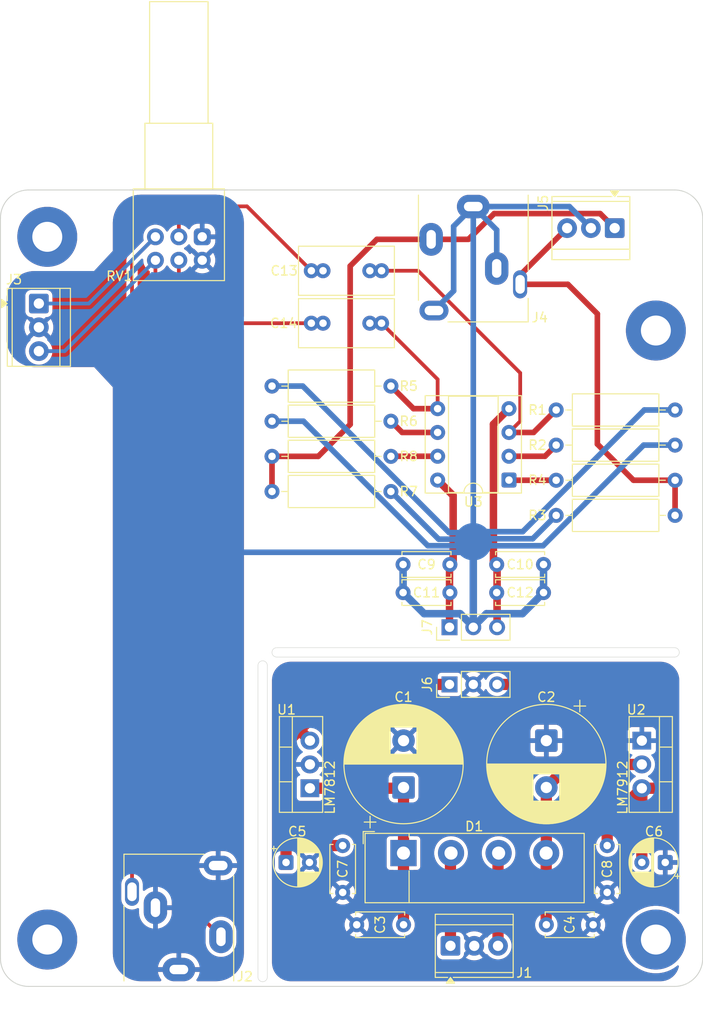
<source format=kicad_pcb>
(kicad_pcb (version 20241229) (generator "pcbnew") (generator_version "9.0")
  (layers (0 "F.Cu" signal) (2 "B.Cu" signal) (13 "F.Paste" user) (15 "B.Paste" user) (5 "F.SilkS" user "F.Silkscreen") (7 "B.SilkS" user "B.Silkscreen") (1 "F.Mask" user) (3 "B.Mask" user) (25 "Edge.Cuts" user))
  (net 0 "")
  (net 1 "GND")
  (net 2 "Net-(D1-+)")
  (net 3 "+12V")
  (net 4 "-12V")
  (net 5 "RIGHT_IN")
  (net 6 "LEFT_IN")
  (net 7 "Net-(U3A-+)")
  (net 8 "Net-(J3-Pin_1)")
  (net 9 "Net-(J3-Pin_3)")
  (net 10 "LEFT_OUT")
  (net 11 "RIGHT_OUT")
  (net 12 "Net-(U3A--)")
  (net 13 "Net-(R8-Pad1)")
  (net 14 "Net-(D1--)")
  (net 15 "Net-(J1-Pin_3)")
  (net 16 "Net-(J1-Pin_1)")
  (net 17 "Net-(U3B-+)")
  (net 18 "Net-(U3B--)")
  (net 19 "Net-(R4-Pad1)")
  (net 20 "+12V_OPA")
  (net 21 "-12V_OPA")
  (net 22 "GND_OPA")
  (footprint "MountingHole:MountingHole_3.2mm_M3_Pad_TopBottom" (layer "F.Cu") (at 170 65)
    (property "Reference" "REF**" (hide yes))
    (property "Value" "MountingHole_3.2mm_M3_Pad_TopBottom" (hide yes))
    (pad "1" thru_hole circle (at 0 0) (size 3.6 3.6) (drill 3.2) (layers "*.Cu" "*.Mask"))
    (pad "1" connect circle (at 0 0) (size 6.4 6.4) (layers "F.Cu" "F.Mask"))
    (pad "1" connect circle (at 0 0) (size 6.4 6.4) (layers "B.Cu" "B.Mask"))
  )
  (footprint "Capacitor_THT:C_Disc_D5.0mm_W2.5mm_P5.00mm" (layer "F.Cu") (at 143 92.97)
    (property "Reference" "C11" (at 2.5 0 0) (layer "F.SilkS"))
    (property "Value" "1u" (hide yes))
    (pad "1" thru_hole circle (at 0 0) (size 1.6 1.6) (drill 0.8) (layers "*.Cu" "*.Mask") (net 22 "GND_OPA"))
    (pad "2" thru_hole circle (at 5 0) (size 1.6 1.6) (drill 0.8) (layers "*.Cu" "*.Mask") (net 20 "+12V_OPA"))
  )
  (footprint "Resistor_THT:R_Axial_DIN0309_L9.0mm_D3.2mm_P12.70mm_Horizontal" (layer "F.Cu") (at 159.35 77.23)
    (property "Reference" "R2" (at -2 0 0) (layer "F.SilkS"))
    (property "Value" "1K" (hide yes))
    (pad "1" thru_hole circle (at 0 0) (size 1.6 1.6) (drill 0.8) (layers "*.Cu" "*.Mask") (net 12 "Net-(U3A--)"))
    (pad "2" thru_hole circle (at 12.7 0) (size 1.6 1.6) (drill 0.8) (layers "*.Cu" "*.Mask") (net 22 "GND_OPA"))
  )
  (footprint "Potentiometer_THT:Potentiometer_Alps_RK097_Dual_Horizontal" (layer "F.Cu") (at 121.55 55 -90)
    (property "Reference" "RV1" (at 4.2 8.85 0) (layer "F.SilkS"))
    (property "Value" "R_Potentiometer_Dual")
    (fp_line (start -5 -2.7) (end -5 7.7) (stroke (width 0.1)) (layer "Edge.Cuts"))
    (pad "1" thru_hole roundrect (at 0 0 90) (size 1.8 1.8) (drill 1) (layers "*.Cu" "*.Mask") (net 22 "GND_OPA"))
    (pad "2" thru_hole circle (at 0 2.5 90) (size 1.8 1.8) (drill 1) (layers "*.Cu" "*.Mask") (net 5 "RIGHT_IN"))
    (pad "3" thru_hole circle (at 0 5 90) (size 1.8 1.8) (drill 1) (layers "*.Cu" "*.Mask") (net 8 "Net-(J3-Pin_1)"))
    (pad "4" thru_hole circle (at 2.5 0 90) (size 1.8 1.8) (drill 1) (layers "*.Cu" "*.Mask") (net 22 "GND_OPA"))
    (pad "5" thru_hole circle (at 2.5 2.5 90) (size 1.8 1.8) (drill 1) (layers "*.Cu" "*.Mask") (net 6 "LEFT_IN"))
    (pad "6" thru_hole circle (at 2.5 5 90) (size 1.8 1.8) (drill 1) (layers "*.Cu" "*.Mask") (net 9 "Net-(J3-Pin_3)"))
  )
  (footprint "Package_TO_SOT_THT:TO-220-3_Vertical" (layer "F.Cu") (at 168.5 108.77 -90)
    (property "Reference" "U2" (at -3.3 0.6 180) (layer "F.SilkS"))
    (property "Value" "LM7912" (at 5 2.05 90) (layer "F.SilkS"))
    (pad "1" thru_hole rect (at 0 0 270) (size 1.905 2) (drill 1.1) (layers "*.Cu" "*.Mask") (net 1 "GND"))
    (pad "2" thru_hole oval (at 2.54 0 270) (size 1.905 2) (drill 1.1) (layers "*.Cu" "*.Mask") (net 14 "Net-(D1--)"))
    (pad "3" thru_hole oval (at 5.08 0 270) (size 1.905 2) (drill 1.1) (layers "*.Cu" "*.Mask") (net 4 "-12V"))
  )
  (footprint "Capacitor_THT:C_Disc_D5.0mm_W2.5mm_P5.00mm" (layer "F.Cu") (at 153 92.97)
    (property "Reference" "C12" (at 2.5 0 0) (layer "F.SilkS"))
    (property "Value" "1u" (hide yes))
    (pad "1" thru_hole circle (at 0 0) (size 1.6 1.6) (drill 0.8) (layers "*.Cu" "*.Mask") (net 21 "-12V_OPA"))
    (pad "2" thru_hole circle (at 5 0) (size 1.6 1.6) (drill 0.8) (layers "*.Cu" "*.Mask") (net 22 "GND_OPA"))
  )
  (footprint "Package_TO_SOT_THT:TO-220-3_Vertical" (layer "F.Cu") (at 133.05 113.85 90)
    (property "Reference" "U1" (at 8.38 -2.5 180) (layer "F.SilkS"))
    (property "Value" "LM7812" (at 0.09 2.14 90) (layer "F.SilkS"))
    (pad "1" thru_hole rect (at 0 0 90) (size 1.905 2) (drill 1.1) (layers "*.Cu" "*.Mask") (net 2 "Net-(D1-+)"))
    (pad "2" thru_hole oval (at 2.54 0 90) (size 1.905 2) (drill 1.1) (layers "*.Cu" "*.Mask") (net 1 "GND"))
    (pad "3" thru_hole oval (at 5.08 0 90) (size 1.905 2) (drill 1.1) (layers "*.Cu" "*.Mask") (net 3 "+12V"))
  )
  (footprint "Capacitor_THT:C_Rect_L10.0mm_W5.0mm_P5.00mm_P7.50mm" (layer "F.Cu") (at 133.2 64.22)
    (property "Reference" "C14" (at -2.95 0 0) (layer "F.SilkS"))
    (property "Value" "0.1u" (hide yes))
    (pad "1" thru_hole circle (at 0 0) (size 1.6 1.6) (drill 0.8) (layers "*.Cu" "*.Mask") (net 6 "LEFT_IN"))
    (pad "1" thru_hole circle (at 1.25 0) (size 1.6 1.6) (drill 0.8) (layers "*.Cu" "*.Mask") (net 6 "LEFT_IN"))
    (pad "2" thru_hole circle (at 6.25 0) (size 1.6 1.6) (drill 0.8) (layers "*.Cu" "*.Mask") (net 17 "Net-(U3B-+)"))
    (pad "2" thru_hole circle (at 7.5 0) (size 1.6 1.6) (drill 0.8) (layers "*.Cu" "*.Mask") (net 17 "Net-(U3B-+)"))
  )
  (footprint "Connector_PinHeader_2.54mm:PinHeader_1x03_P2.54mm_Vertical" (layer "F.Cu") (at 147.96 102.77 90)
    (property "Reference" "J6" (at 0 -2.38 90) (layer "F.SilkS"))
    (property "Value" "Conn_01x03" (hide yes))
    (pad "1" thru_hole rect (at 0 0 90) (size 1.7 1.7) (drill 1) (layers "*.Cu" "*.Mask") (net 3 "+12V"))
    (pad "2" thru_hole circle (at 0 2.54 90) (size 1.7 1.7) (drill 1) (layers "*.Cu" "*.Mask") (net 1 "GND"))
    (pad "3" thru_hole circle (at 0 5.08 90) (size 1.7 1.7) (drill 1) (layers "*.Cu" "*.Mask") (net 4 "-12V"))
  )
  (footprint "TerminalBlock_TE-Connectivity:TerminalBlock_TE_282834-3_1x03_P2.54mm_Horizontal" (layer "F.Cu") (at 165.6 54.07 180)
    (property "Reference" "J5" (at 7.64 2.7 90) (layer "F.SilkS"))
    (property "Value" "Conn_01x03" (hide yes))
    (pad "1" thru_hole roundrect (at 0 0 180) (size 2.1 2.1) (drill 1.1) (layers "*.Cu" "*.Mask") (roundrect_rratio 0.119048) (net 10 "LEFT_OUT"))
    (pad "2" thru_hole circle (at 2.54 0 180) (size 2.1 2.1) (drill 1.1) (layers "*.Cu" "*.Mask") (net 22 "GND_OPA"))
    (pad "3" thru_hole circle (at 5.08 0 180) (size 2.1 2.1) (drill 1.1) (layers "*.Cu" "*.Mask") (net 11 "RIGHT_OUT"))
  )
  (footprint "Capacitor_THT:C_Disc_D5.0mm_W2.5mm_P5.00mm" (layer "F.Cu") (at 153 89.97)
    (property "Reference" "C10" (at 2.5 0 0) (layer "F.SilkS"))
    (property "Value" "0.1u" (hide yes))
    (pad "1" thru_hole circle (at 0 0) (size 1.6 1.6) (drill 0.8) (layers "*.Cu" "*.Mask") (net 21 "-12V_OPA"))
    (pad "2" thru_hole circle (at 5 0) (size 1.6 1.6) (drill 0.8) (layers "*.Cu" "*.Mask") (net 22 "GND_OPA"))
  )
  (footprint "MountingHole:MountingHole_3.2mm_M3_Pad_TopBottom" (layer "F.Cu") (at 105 130)
    (property "Reference" "REF**" (hide yes))
    (property "Value" "MountingHole_3.2mm_M3_Pad_TopBottom" (hide yes))
    (pad "1" thru_hole circle (at 0 0) (size 3.6 3.6) (drill 3.2) (layers "*.Cu" "*.Mask"))
    (pad "1" connect circle (at 0 0) (size 6.4 6.4) (layers "F.Cu" "F.Mask"))
    (pad "1" connect circle (at 0 0) (size 6.4 6.4) (layers "B.Cu" "B.Mask"))
  )
  (footprint "Capacitor_THT:C_Disc_D5.0mm_W2.5mm_P5.00mm" (layer "F.Cu") (at 136.55 124.97 90)
    (property "Reference" "C7" (at 2.5 0 90) (layer "F.SilkS"))
    (property "Value" "0.1u" (hide yes))
    (pad "1" thru_hole circle (at 0 0 90) (size 1.6 1.6) (drill 0.8) (layers "*.Cu" "*.Mask") (net 1 "GND"))
    (pad "2" thru_hole circle (at 5 0 90) (size 1.6 1.6) (drill 0.8) (layers "*.Cu" "*.Mask") (net 3 "+12V"))
  )
  (footprint "Connector_Audio:Jack_3.5mm_CUI_SJ1-3515N_Horizontal" (layer "F.Cu") (at 150.5 51.77 -90)
    (property "Reference" "J4" (at 11.85 -7.1 0) (layer "F.SilkS"))
    (property "Value" "AudioJack3_SwitchTR" (hide yes))
    (pad "R" thru_hole oval (at 8.3 -5 270) (size 3 1.5) (drill oval 2 1) (layers "*.Cu" "*.Mask") (net 11 "RIGHT_OUT"))
    (pad "RN" thru_hole oval (at 6.6 -2.5 270) (size 3.5 2.5) (drill oval 2 1) (layers "*.Cu" "*.Mask") (net 22 "GND_OPA"))
    (pad "S" thru_hole oval (at 0 0 180) (size 3.5 2.5) (drill oval 2 1) (layers "*.Cu" "*.Mask") (net 22 "GND_OPA"))
    (pad "T" thru_hole oval (at 3.5 4.5 270) (size 3.5 2.5) (drill oval 2 1) (layers "*.Cu" "*.Mask") (net 10 "LEFT_OUT"))
    (pad "TN" thru_hole oval (at 11.1 4.2) (size 3.1 2.1) (drill oval 2 1) (layers "*.Cu" "*.Mask") (net 22 "GND_OPA"))
  )
  (footprint "Resistor_THT:R_Axial_DIN0309_L9.0mm_D3.2mm_P12.70mm_Horizontal" (layer "F.Cu") (at 159.35 84.73)
    (property "Reference" "R3" (at -2 0 0) (layer "F.SilkS"))
    (property "Value" "3.3K" (hide yes))
    (pad "1" thru_hole circle (at 0 0) (size 1.6 1.6) (drill 0.8) (layers "*.Cu" "*.Mask") (net 22 "GND_OPA"))
    (pad "2" thru_hole circle (at 12.7 0) (size 1.6 1.6) (drill 0.8) (layers "*.Cu" "*.Mask") (net 11 "RIGHT_OUT"))
  )
  (footprint "Capacitor_THT:CP_Radial_D5.0mm_P2.50mm" (layer "F.Cu") (at 171 121.77 180)
    (property "Reference" "C6" (at 1.2 3.3 0) (layer "F.SilkS"))
    (property "Value" "100u" (hide yes))
    (pad "1" thru_hole roundrect (at 0 0 180) (size 1.6 1.6) (drill 0.8) (layers "*.Cu" "*.Mask") (roundrect_rratio 0.15625) (net 1 "GND"))
    (pad "2" thru_hole circle (at 2.5 0 180) (size 1.6 1.6) (drill 0.8) (layers "*.Cu" "*.Mask") (net 4 "-12V"))
  )
  (footprint "Capacitor_THT:C_Disc_D5.0mm_W2.5mm_P5.00mm" (layer "F.Cu") (at 164.8 119.97 -90)
    (property "Reference" "C8" (at 2.5 0 90) (layer "F.SilkS"))
    (property "Value" "0.1u" (hide yes))
    (pad "1" thru_hole circle (at 0 0 270) (size 1.6 1.6) (drill 0.8) (layers "*.Cu" "*.Mask") (net 4 "-12V"))
    (pad "2" thru_hole circle (at 5 0 270) (size 1.6 1.6) (drill 0.8) (layers "*.Cu" "*.Mask") (net 1 "GND"))
  )
  (footprint "Capacitor_THT:C_Disc_D5.0mm_W2.5mm_P5.00mm" (layer "F.Cu") (at 143 89.97)
    (property "Reference" "C9" (at 2.5 0 0) (layer "F.SilkS"))
    (property "Value" "0.1u" (hide yes))
    (pad "1" thru_hole circle (at 0 0) (size 1.6 1.6) (drill 0.8) (layers "*.Cu" "*.Mask") (net 22 "GND_OPA"))
    (pad "2" thru_hole circle (at 5 0) (size 1.6 1.6) (drill 0.8) (layers "*.Cu" "*.Mask") (net 20 "+12V_OPA"))
  )
  (footprint "TerminalBlock_TE-Connectivity:TerminalBlock_TE_282834-3_1x03_P2.54mm_Horizontal" (layer "F.Cu") (at 148.06 130.67)
    (property "Reference" "J1" (at 7.89 2.8825 0) (layer "F.SilkS"))
    (property "Value" "Conn_01x03" (hide yes))
    (pad "1" thru_hole roundrect (at 0 0) (size 2.1 2.1) (drill 1.1) (layers "*.Cu" "*.Mask") (roundrect_rratio 0.119048) (net 16 "Net-(J1-Pin_1)"))
    (pad "2" thru_hole circle (at 2.54 0) (size 2.1 2.1) (drill 1.1) (layers "*.Cu" "*.Mask") (net 1 "GND"))
    (pad "3" thru_hole circle (at 5.08 0) (size 2.1 2.1) (drill 1.1) (layers "*.Cu" "*.Mask") (net 15 "Net-(J1-Pin_3)"))
  )
  (footprint "Resistor_THT:R_Axial_DIN0309_L9.0mm_D3.2mm_P12.70mm_Horizontal" (layer "F.Cu") (at 141.7 70.93 180)
    (property "Reference" "R5" (at -1.9 0 0) (layer "F.SilkS"))
    (property "Value" "100K" (hide yes))
    (pad "1" thru_hole circle (at 0 0 180) (size 1.6 1.6) (drill 0.8) (layers "*.Cu" "*.Mask") (net 17 "Net-(U3B-+)"))
    (pad "2" thru_hole circle (at 12.7 0 180) (size 1.6 1.6) (drill 0.8) (layers "*.Cu" "*.Mask") (net 22 "GND_OPA"))
  )
  (footprint "Resistor_THT:R_Axial_DIN0309_L9.0mm_D3.2mm_P12.70mm_Horizontal" (layer "F.Cu") (at 141.7 78.43 180)
    (property "Reference" "R8" (at -1.9 0 0) (layer "F.SilkS"))
    (property "Value" "R" (hide yes))
    (pad "1" thru_hole circle (at 0 0 180) (size 1.6 1.6) (drill 0.8) (layers "*.Cu" "*.Mask") (net 13 "Net-(R8-Pad1)"))
    (pad "2" thru_hole circle (at 12.7 0 180) (size 1.6 1.6) (drill 0.8) (layers "*.Cu" "*.Mask") (net 10 "LEFT_OUT"))
  )
  (footprint "Package_DIP:DIP-8_W7.62mm_Socket" (layer "F.Cu") (at 154.31 80.96 180)
    (property "Reference" "U3" (at 3.81 -2.33 0) (layer "F.SilkS"))
    (property "Value" "NE5532" (hide yes))
    (pad "1" thru_hole roundrect (at 0 0 180) (size 1.6 1.6) (drill 0.8) (layers "*.Cu" "*.Mask") (roundrect_rratio 0.15625) (net 19 "Net-(R4-Pad1)"))
    (pad "2" thru_hole circle (at 0 2.54 180) (size 1.6 1.6) (drill 0.8) (layers "*.Cu" "*.Mask") (net 12 "Net-(U3A--)"))
    (pad "3" thru_hole circle (at 0 5.08 180) (size 1.6 1.6) (drill 0.8) (layers "*.Cu" "*.Mask") (net 7 "Net-(U3A-+)"))
    (pad "4" thru_hole circle (at 0 7.62 180) (size 1.6 1.6) (drill 0.8) (layers "*.Cu" "*.Mask") (net 21 "-12V_OPA"))
    (pad "5" thru_hole circle (at 7.62 7.62 180) (size 1.6 1.6) (drill 0.8) (layers "*.Cu" "*.Mask") (net 17 "Net-(U3B-+)"))
    (pad "6" thru_hole circle (at 7.62 5.08 180) (size 1.6 1.6) (drill 0.8) (layers "*.Cu" "*.Mask") (net 18 "Net-(U3B--)"))
    (pad "7" thru_hole circle (at 7.62 2.54 180) (size 1.6 1.6) (drill 0.8) (layers "*.Cu" "*.Mask") (net 13 "Net-(R8-Pad1)"))
    (pad "8" thru_hole circle (at 7.62 0 180) (size 1.6 1.6) (drill 0.8) (layers "*.Cu" "*.Mask") (net 20 "+12V_OPA"))
  )
  (footprint "Connector_Audio:Jack_3.5mm_CUI_SJ1-3515N_Horizontal" (layer "F.Cu") (at 119.05 133.2 90)
    (property "Reference" "J2" (at -0.75 7.05 0) (layer "F.SilkS"))
    (property "Value" "AudioJack3_SwitchTR" (hide yes))
    (pad "R" thru_hole oval (at 8.3 -5 90) (size 3 1.5) (drill oval 2 1) (layers "*.Cu" "*.Mask") (net 8 "Net-(J3-Pin_1)"))
    (pad "RN" thru_hole oval (at 6.6 -2.5 90) (size 3.5 2.5) (drill oval 2 1) (layers "*.Cu" "*.Mask") (net 22 "GND_OPA"))
    (pad "S" thru_hole oval (at 0 0) (size 3.5 2.5) (drill oval 2 1) (layers "*.Cu" "*.Mask") (net 22 "GND_OPA"))
    (pad "T" thru_hole oval (at 3.5 4.5 90) (size 3.5 2.5) (drill oval 2 1) (layers "*.Cu" "*.Mask") (net 9 "Net-(J3-Pin_3)"))
    (pad "TN" thru_hole oval (at 11.1 4.2 180) (size 3.1 2.1) (drill oval 2 1) (layers "*.Cu" "*.Mask") (net 22 "GND_OPA"))
  )
  (footprint "Capacitor_THT:C_Disc_D5.0mm_W2.5mm_P5.00mm" (layer "F.Cu") (at 138.05 128.42)
    (property "Reference" "C3" (at 2.5 0 90) (layer "F.SilkS"))
    (property "Value" "0.22u" (hide yes))
    (pad "1" thru_hole circle (at 0 0) (size 1.6 1.6) (drill 0.8) (layers "*.Cu" "*.Mask") (net 1 "GND"))
    (pad "2" thru_hole circle (at 5 0) (size 1.6 1.6) (drill 0.8) (layers "*.Cu" "*.Mask") (net 2 "Net-(D1-+)"))
  )
  (footprint "Resistor_THT:R_Axial_DIN0309_L9.0mm_D3.2mm_P12.70mm_Horizontal" (layer "F.Cu") (at 159.35 80.98)
    (property "Reference" "R4" (at -2 0 0) (layer "F.SilkS"))
    (property "Value" "R" (hide yes))
    (pad "1" thru_hole circle (at 0 0) (size 1.6 1.6) (drill 0.8) (layers "*.Cu" "*.Mask") (net 19 "Net-(R4-Pad1)"))
    (pad "2" thru_hole circle (at 12.7 0) (size 1.6 1.6) (drill 0.8) (layers "*.Cu" "*.Mask") (net 11 "RIGHT_OUT"))
  )
  (footprint "Capacitor_THT:CP_Radial_D12.5mm_P5.00mm" (layer "F.Cu") (at 158.3 108.77 -90)
    (property "Reference" "C2" (at -4.65 0 0) (layer "F.SilkS"))
    (property "Value" "2200u" (hide yes))
    (pad "1" thru_hole roundrect (at 0 0 270) (size 2.4 2.4) (drill 1.2) (layers "*.Cu" "*.Mask") (roundrect_rratio 0.104167) (net 1 "GND"))
    (pad "2" thru_hole circle (at 5 0 270) (size 2.4 2.4) (drill 1.2) (layers "*.Cu" "*.Mask") (net 14 "Net-(D1--)"))
  )
  (footprint "Capacitor_THT:CP_Radial_D5.0mm_P2.50mm" (layer "F.Cu") (at 130.5 121.77)
    (property "Reference" "C5" (at 1.2 -3.3 180) (layer "F.SilkS"))
    (property "Value" "100u" (hide yes))
    (pad "1" thru_hole roundrect (at 0 0) (size 1.6 1.6) (drill 0.8) (layers "*.Cu" "*.Mask") (roundrect_rratio 0.15625) (net 3 "+12V"))
    (pad "2" thru_hole circle (at 2.5 0) (size 1.6 1.6) (drill 0.8) (layers "*.Cu" "*.Mask") (net 1 "GND"))
  )
  (footprint "Resistor_THT:R_Axial_DIN0309_L9.0mm_D3.2mm_P12.70mm_Horizontal" (layer "F.Cu") (at 141.7 74.68 180)
    (property "Reference" "R6" (at -1.9 0 0) (layer "F.SilkS"))
    (property "Value" "1K" (hide yes))
    (pad "1" thru_hole circle (at 0 0 180) (size 1.6 1.6) (drill 0.8) (layers "*.Cu" "*.Mask") (net 18 "Net-(U3B--)"))
    (pad "2" thru_hole circle (at 12.7 0 180) (size 1.6 1.6) (drill 0.8) (layers "*.Cu" "*.Mask") (net 22 "GND_OPA"))
  )
  (footprint "Capacitor_THT:C_Disc_D5.0mm_W2.5mm_P5.00mm" (layer "F.Cu") (at 158.3 128.42)
    (property "Reference" "C4" (at 2.5 0 90) (layer "F.SilkS"))
    (property "Value" "0.22u" (hide yes))
    (pad "1" thru_hole circle (at 0 0) (size 1.6 1.6) (drill 0.8) (layers "*.Cu" "*.Mask") (net 14 "Net-(D1--)"))
    (pad "2" thru_hole circle (at 5 0) (size 1.6 1.6) (drill 0.8) (layers "*.Cu" "*.Mask") (net 1 "GND"))
  )
  (footprint "Connector_PinHeader_2.54mm:PinHeader_1x03_P2.54mm_Vertical" (layer "F.Cu") (at 147.96 96.67 90)
    (property "Reference" "J7" (at 0 -2.38 90) (layer "F.SilkS"))
    (property "Value" "Conn_01x03" (hide yes))
    (pad "1" thru_hole rect (at 0 0 90) (size 1.7 1.7) (drill 1) (layers "*.Cu" "*.Mask") (net 20 "+12V_OPA"))
    (pad "2" thru_hole circle (at 0 2.54 90) (size 1.7 1.7) (drill 1) (layers "*.Cu" "*.Mask") (net 22 "GND_OPA"))
    (pad "3" thru_hole circle (at 0 5.08 90) (size 1.7 1.7) (drill 1) (layers "*.Cu" "*.Mask") (net 21 "-12V_OPA"))
  )
  (footprint "TerminalBlock_TE-Connectivity:TerminalBlock_TE_282834-3_1x03_P2.54mm_Horizontal" (layer "F.Cu") (at 104.1 62.12 -90)
    (property "Reference" "J3" (at -2.56 2.65 0) (layer "F.SilkS"))
    (property "Value" "Conn_01x03" (hide yes))
    (pad "1" thru_hole roundrect (at 0 0 270) (size 2.1 2.1) (drill 1.1) (layers "*.Cu" "*.Mask") (roundrect_rratio 0.119048) (net 8 "Net-(J3-Pin_1)"))
    (pad "2" thru_hole circle (at 2.54 0 270) (size 2.1 2.1) (drill 1.1) (layers "*.Cu" "*.Mask") (net 22 "GND_OPA"))
    (pad "3" thru_hole circle (at 5.08 0 270) (size 2.1 2.1) (drill 1.1) (layers "*.Cu" "*.Mask") (net 9 "Net-(J3-Pin_3)"))
  )
  (footprint "Capacitor_THT:CP_Radial_D12.5mm_P5.00mm" (layer "F.Cu") (at 143.05 113.77 90)
    (property "Reference" "C1" (at 9.65 0 0) (layer "F.SilkS"))
    (property "Value" "2200u" (hide yes))
    (pad "1" thru_hole roundrect (at 0 0 90) (size 2.4 2.4) (drill 1.2) (layers "*.Cu" "*.Mask") (roundrect_rratio 0.104167) (net 2 "Net-(D1-+)"))
    (pad "2" thru_hole circle (at 5 0 90) (size 2.4 2.4) (drill 1.2) (layers "*.Cu" "*.Mask") (net 1 "GND"))
  )
  (footprint "Resistor_THT:R_Axial_DIN0309_L9.0mm_D3.2mm_P12.70mm_Horizontal" (layer "F.Cu") (at 141.7 82.18 180)
    (property "Reference" "R7" (at -1.9 0 0) (layer "F.SilkS"))
    (property "Value" "3.3K" (hide yes))
    (pad "1" thru_hole circle (at 0 0 180) (size 1.6 1.6) (drill 0.8) (layers "*.Cu" "*.Mask") (net 22 "GND_OPA"))
    (pad "2" thru_hole circle (at 12.7 0 180) (size 1.6 1.6) (drill 0.8) (layers "*.Cu" "*.Mask") (net 10 "LEFT_OUT"))
  )
  (footprint "MountingHole:MountingHole_3.2mm_M3_Pad_TopBottom" (layer "F.Cu") (at 105 55)
    (property "Reference" "REF**" (hide yes))
    (property "Value" "MountingHole_3.2mm_M3_Pad_TopBottom" (hide yes))
    (pad "1" thru_hole circle (at 0 0) (size 3.6 3.6) (drill 3.2) (layers "*.Cu" "*.Mask"))
    (pad "1" connect circle (at 0 0) (size 6.4 6.4) (layers "F.Cu" "F.Mask"))
    (pad "1" connect circle (at 0 0) (size 6.4 6.4) (layers "B.Cu" "B.Mask"))
  )
  (footprint "Resistor_THT:R_Axial_DIN0309_L9.0mm_D3.2mm_P12.70mm_Horizontal" (layer "F.Cu") (at 159.35 73.48)
    (property "Reference" "R1" (at -2 0 0) (layer "F.SilkS"))
    (property "Value" "100K" (hide yes))
    (pad "1" thru_hole circle (at 0 0) (size 1.6 1.6) (drill 0.8) (layers "*.Cu" "*.Mask") (net 7 "Net-(U3A-+)"))
    (pad "2" thru_hole circle (at 12.7 0) (size 1.6 1.6) (drill 0.8) (layers "*.Cu" "*.Mask") (net 22 "GND_OPA"))
  )
  (footprint "Capacitor_THT:C_Rect_L10.0mm_W5.0mm_P5.00mm_P7.50mm" (layer "F.Cu") (at 133.2 58.62)
    (property "Reference" "C13" (at -2.9 0 0) (layer "F.SilkS"))
    (property "Value" "0.1u" (hide yes))
    (pad "1" thru_hole circle (at 0 0) (size 1.6 1.6) (drill 0.8) (layers "*.Cu" "*.Mask") (net 5 "RIGHT_IN"))
    (pad "1" thru_hole circle (at 1.25 0) (size 1.6 1.6) (drill 0.8) (layers "*.Cu" "*.Mask") (net 5 "RIGHT_IN"))
    (pad "2" thru_hole circle (at 6.25 0) (size 1.6 1.6) (drill 0.8) (layers "*.Cu" "*.Mask") (net 7 "Net-(U3A-+)"))
    (pad "2" thru_hole circle (at 7.5 0) (size 1.6 1.6) (drill 0.8) (layers "*.Cu" "*.Mask") (net 7 "Net-(U3A-+)"))
  )
  (footprint "Diode_THT:Diode_Bridge_Vishay_KBU" (layer "F.Cu") (at 143.0425 120.77)
    (property "Reference" "D1" (at 7.5575 -2.8425 0) (layer "F.SilkS"))
    (property "Value" "KBL406" (hide yes))
    (pad "1" thru_hole rect (at 0 0) (size 2.8 2.8) (drill 1.4) (layers "*.Cu" "*.Mask") (net 2 "Net-(D1-+)"))
    (pad "2" thru_hole circle (at 5.08 0) (size 2.8 2.8) (drill 1.4) (layers "*.Cu" "*.Mask") (net 16 "Net-(J1-Pin_1)"))
    (pad "3" thru_hole circle (at 10.16 0) (size 2.8 2.8) (drill 1.4) (layers "*.Cu" "*.Mask") (net 15 "Net-(J1-Pin_3)"))
    (pad "4" thru_hole circle (at 15.24 0) (size 2.8 2.8) (drill 1.4) (layers "*.Cu" "*.Mask") (net 14 "Net-(D1--)"))
  )
  (footprint "MountingHole:MountingHole_3.2mm_M3_Pad_TopBottom" (layer "F.Cu") (at 170 130)
    (property "Reference" "REF**" (hide yes))
    (property "Value" "MountingHole_3.2mm_M3_Pad_TopBottom" (hide yes))
    (pad "1" thru_hole circle (at 0 0) (size 3.6 3.6) (drill 3.2) (layers "*.Cu" "*.Mask"))
    (pad "1" connect circle (at 0 0) (size 6.4 6.4) (layers "F.Cu" "F.Mask"))
    (pad "1" connect circle (at 0 0) (size 6.4 6.4) (layers "B.Cu" "B.Mask"))
  )
  (gr_arc (start 175 132) (mid 174.12132 134.12132) (end 172 135) (stroke (width 0.1)) (layer "Edge.Cuts"))
  (gr_line (start 175 53) (end 175 132) (stroke (width 0.1)) (layer "Edge.Cuts"))
  (gr_arc (start 128.5 134) (mid 128.353553 134.353553) (end 128 134.5) (stroke (width 0.05)) (layer "Edge.Cuts"))
  (gr_line (start 172 99.85) (end 129.5 99.85) (stroke (width 0.05)) (layer "Edge.Cuts"))
  (gr_line (start 129.5 98.85) (end 172 98.85) (stroke (width 0.05)) (layer "Edge.Cuts"))
  (gr_arc (start 129 99.35) (mid 129.146447 98.996447) (end 129.5 98.85) (stroke (width 0.05)) (layer "Edge.Cuts"))
  (gr_arc (start 129.5 99.85) (mid 129.146447 99.703553) (end 129 99.35) (stroke (width 0.05)) (layer "Edge.Cuts"))
  (gr_arc (start 128 134.5) (mid 127.646447 134.353553) (end 127.5 134) (stroke (width 0.05)) (layer "Edge.Cuts"))
  (gr_arc (start 128 100.25) (mid 128.353553 100.396447) (end 128.5 100.75) (stroke (width 0.05)) (layer "Edge.Cuts"))
  (gr_arc (start 172 50) (mid 174.12132 50.87868) (end 175 53) (stroke (width 0.1)) (layer "Edge.Cuts"))
  (gr_line (start 172 135) (end 103 135) (stroke (width 0.1)) (layer "Edge.Cuts"))
  (gr_line (start 127.5 134) (end 127.5 100.75) (stroke (width 0.05)) (layer "Edge.Cuts"))
  (gr_arc (start 172 98.85) (mid 172.353553 98.996447) (end 172.5 99.35) (stroke (width 0.05)) (layer "Edge.Cuts"))
  (gr_arc (start 172.5 99.35) (mid 172.353553 99.703553) (end 172 99.85) (stroke (width 0.05)) (layer "Edge.Cuts"))
  (gr_arc (start 100 53) (mid 100.87868 50.87868) (end 103 50) (stroke (width 0.1)) (layer "Edge.Cuts"))
  (gr_line (start 103 50) (end 172 50) (stroke (width 0.1)) (layer "Edge.Cuts"))
  (gr_line (start 100 132) (end 100 53) (stroke (width 0.1)) (layer "Edge.Cuts"))
  (gr_line (start 128.5 100.75) (end 128.5 134) (stroke (width 0.05)) (layer "Edge.Cuts"))
  (gr_arc (start 127.5 100.75) (mid 127.646447 100.396447) (end 128 100.25) (stroke (width 0.05)) (layer "Edge.Cuts"))
  (gr_arc (start 103 135) (mid 100.87868 134.12132) (end 100 132) (stroke (width 0.1)) (layer "Edge.Cuts"))
  (segment (start 143.0425 120.77) (end 143.0425 128.4125) (width 1.2) (layer "F.Cu") (net 2))
  (segment (start 142.97 113.85) (end 143.05 113.77) (width 1.2) (layer "F.Cu") (net 2))
  (segment (start 133.05 113.85) (end 142.97 113.85) (width 1.2) (layer "F.Cu") (net 2))
  (segment (start 143.05 120.7775) (end 143.0425 120.77) (width 1.2) (layer "F.Cu") (net 2))
  (segment (start 143.05 113.77) (end 143.05 120.7625) (width 1.2) (layer "F.Cu") (net 2))
  (segment (start 143.0425 128.4125) (end 143.05 128.42) (width 1.2) (layer "F.Cu") (net 2))
  (segment (start 143.05 120.7625) (end 143.0425 120.77) (width 1.2) (layer "F.Cu") (net 2))
  (segment (start 133.05 108.77) (end 131.925 107.645) (width 1.2) (layer "F.Cu") (net 3))
  (segment (start 136.8 102.77) (end 131.925 107.645) (width 1.2) (layer "F.Cu") (net 3))
  (segment (start 130.5 121.77) (end 130.5 115.47) (width 1.2) (layer "F.Cu") (net 3))
  (segment (start 147.96 102.77) (end 136.8 102.77) (width 1.2) (layer "F.Cu") (net 3))
  (segment (start 135 119.97) (end 130.5 115.47) (width 1.2) (layer "F.Cu") (net 3))
  (segment (start 130.5 115.47) (end 130.5 109.07) (width 1.2) (layer "F.Cu") (net 3))
  (segment (start 136.55 119.97) (end 135 119.97) (width 1.2) (layer "F.Cu") (net 3))
  (segment (start 130.5 109.07) (end 131.925 107.645) (width 1.2) (layer "F.Cu") (net 3))
  (segment (start 168.5 121.77) (end 168.5 113.85) (width 1.2) (layer "F.Cu") (net 4))
  (segment (start 171.03 113.85) (end 168.5 113.85) (width 1.2) (layer "F.Cu") (net 4))
  (segment (start 153.04 102.77) (end 168.3 102.77) (width 1.2) (layer "F.Cu") (net 4))
  (segment (start 171.05 105.52) (end 171.03 105.54) (width 1.2) (layer "F.Cu") (net 4))
  (segment (start 168.3 102.77) (end 171.05 105.52) (width 1.2) (layer "F.Cu") (net 4))
  (segment (start 164.8 117.55) (end 168.5 113.85) (width 1.2) (layer "F.Cu") (net 4))
  (segment (start 171.03 105.54) (end 171.03 113.85) (width 1.2) (layer "F.Cu") (net 4))
  (segment (start 164.8 119.97) (end 164.8 117.55) (width 1.2) (layer "F.Cu") (net 4))
  (segment (start 120.9 51.75) (end 126.33 51.75) (width 0.4) (layer "F.Cu") (net 5))
  (segment (start 119.05 53.6) (end 120.9 51.75) (width 0.4) (layer "F.Cu") (net 5))
  (segment (start 119.05 55) (end 119.05 53.6) (width 0.4) (layer "F.Cu") (net 5))
  (segment (start 126.33 51.75) (end 133.2 58.62) (width 0.4) (layer "F.Cu") (net 5))
  (segment (start 133.2 64.22) (end 123.32 64.22) (width 0.4) (layer "F.Cu") (net 6))
  (segment (start 123.32 64.22) (end 119.05 59.95) (width 0.4) (layer "F.Cu") (net 6))
  (segment (start 119.05 59.95) (end 119.05 57.5) (width 0.4) (layer "F.Cu") (net 6))
  (segment (start 155.511 69.528976) (end 155.511 74.679) (width 0.4) (layer "F.Cu") (net 7))
  (segment (start 156.94 75.88) (end 159.34 73.48) (width 0.6) (layer "F.Cu") (net 7))
  (segment (start 140.7 58.62) (end 144.602024 58.62) (width 0.4) (layer "F.Cu") (net 7))
  (segment (start 154.31 75.88) (end 156.94 75.88) (width 0.6) (layer "F.Cu") (net 7))
  (segment (start 144.602024 58.62) (end 155.511 69.528976) (width 0.4) (layer "F.Cu") (net 7))
  (segment (start 155.511 74.679) (end 154.31 75.88) (width 0.4) (layer "F.Cu") (net 7))
  (segment (start 114.05 57.5) (end 116.55 55) (width 0.4) (layer "F.Cu") (net 8))
  (segment (start 114.05 124.9) (end 114.05 57.5) (width 0.4) (layer "F.Cu") (net 8))
  (segment (start 109.43 62.12) (end 116.55 55) (width 0.4) (layer "B.Cu") (net 8))
  (segment (start 104.1 62.12) (end 109.43 62.12) (width 0.4) (layer "B.Cu") (net 8))
  (segment (start 116.55 122.7) (end 116.55 57.5) (width 0.4) (layer "F.Cu") (net 9))
  (segment (start 123.55 129.7) (end 116.55 122.7) (width 0.4) (layer "F.Cu") (net 9))
  (segment (start 116.55 57.5) (end 106.85 67.2) (width 0.4) (layer "B.Cu") (net 9))
  (segment (start 106.85 67.2) (end 104.1 67.2) (width 0.4) (layer "B.Cu") (net 9))
  (segment (start 129 78.43) (end 133.94 78.43) (width 0.6) (layer "F.Cu") (net 10))
  (segment (start 149.976288 55.27) (end 146 55.27) (width 0.6) (layer "F.Cu") (net 10))
  (segment (start 137.35 58.12) (end 140.2 55.27) (width 0.6) (layer "F.Cu") (net 10))
  (segment (start 140.2 55.27) (end 146 55.27) (width 0.6) (layer "F.Cu") (net 10))
  (segment (start 164.049 52.519) (end 152.727288 52.519) (width 0.6) (layer "F.Cu") (net 10))
  (segment (start 165.6 54.07) (end 164.049 52.519) (width 0.6) (layer "F.Cu") (net 10))
  (segment (start 129 82.18) (end 129 78.43) (width 0.6) (layer "F.Cu") (net 10))
  (segment (start 133.94 78.43) (end 137.35 75.02) (width 0.6) (layer "F.Cu") (net 10))
  (segment (start 152.727288 52.519) (end 149.976288 55.27) (width 0.6) (layer "F.Cu") (net 10))
  (segment (start 137.35 75.02) (end 137.35 58.12) (width 0.6) (layer "F.Cu") (net 10))
  (segment (start 163.75 77.12) (end 163.75 63.22) (width 0.6) (layer "F.Cu") (net 11))
  (segment (start 155.5 59.09) (end 155.5 60.07) (width 0.6) (layer "F.Cu") (net 11))
  (segment (start 160.52 54.07) (end 155.5 59.09) (width 0.6) (layer "F.Cu") (net 11))
  (segment (start 172.05 84.73) (end 172.05 80.98) (width 0.6) (layer "F.Cu") (net 11))
  (segment (start 163.75 63.22) (end 160.6 60.07) (width 0.6) (layer "F.Cu") (net 11))
  (segment (start 160.6 60.07) (end 155.5 60.07) (width 0.6) (layer "F.Cu") (net 11))
  (segment (start 167.61 80.98) (end 163.75 77.12) (width 0.6) (layer "F.Cu") (net 11))
  (segment (start 172.05 80.98) (end 167.61 80.98) (width 0.6) (layer "F.Cu") (net 11))
  (segment (start 158.16 78.42) (end 159.35 77.23) (width 0.6) (layer "F.Cu") (net 12))
  (segment (start 154.31 78.42) (end 158.16 78.42) (width 0.6) (layer "F.Cu") (net 12))
  (segment (start 146.69 78.42) (end 141.71 78.42) (width 0.6) (layer "F.Cu") (net 13))
  (segment (start 141.71 78.42) (end 141.7 78.43) (width 0.6) (layer "F.Cu") (net 13))
  (segment (start 158.3 113.77) (end 158.3 120.7525) (width 1.2) (layer "F.Cu") (net 14))
  (segment (start 168.5 111.31) (end 160.76 111.31) (width 1.2) (layer "F.Cu") (net 14))
  (segment (start 158.2825 120.77) (end 158.2825 128.4025) (width 1.2) (layer "F.Cu") (net 14))
  (segment (start 158.3 120.7875) (end 158.2825 120.77) (width 1.2) (layer "F.Cu") (net 14))
  (segment (start 158.2825 128.4025) (end 158.3 128.42) (width 1.2) (layer "F.Cu") (net 14))
  (segment (start 158.3 120.7525) (end 158.2825 120.77) (width 1.2) (layer "F.Cu") (net 14))
  (segment (start 160.76 111.31) (end 158.3 113.77) (width 1.2) (layer "F.Cu") (net 14))
  (segment (start 153.14 130.67) (end 153.14 120.8325) (width 1.2) (layer "F.Cu") (net 15))
  (segment (start 153.14 120.8325) (end 153.2025 120.77) (width 1.2) (layer "F.Cu") (net 15))
  (segment (start 153.2025 130.6075) (end 153.14 130.67) (width 1.2) (layer "F.Cu") (net 15))
  (segment (start 148.1225 130.6075) (end 148.06 130.67) (width 1.2) (layer "F.Cu") (net 16))
  (segment (start 148.06 130.67) (end 148.06 120.8325) (width 1.2) (layer "F.Cu") (net 16))
  (segment (start 148.06 120.8325) (end 148.1225 120.77) (width 1.2) (layer "F.Cu") (net 16))
  (segment (start 144.11 73.34) (end 141.7 70.93) (width 0.6) (layer "F.Cu") (net 17))
  (segment (start 146.69 70.21) (end 146.69 73.34) (width 0.4) (layer "F.Cu") (net 17))
  (segment (start 146.69 73.34) (end 144.11 73.34) (width 0.6) (layer "F.Cu") (net 17))
  (segment (start 140.7 64.22) (end 146.69 70.21) (width 0.4) (layer "F.Cu") (net 17))
  (segment (start 142.9 75.88) (end 141.7 74.68) (width 0.6) (layer "F.Cu") (net 18))
  (segment (start 146.69 75.88) (end 142.9 75.88) (width 0.6) (layer "F.Cu") (net 18))
  (segment (start 154.33 80.98) (end 154.31 80.96) (width 0.6) (layer "F.Cu") (net 19))
  (segment (start 159.35 80.98) (end 154.33 80.98) (width 0.6) (layer "F.Cu") (net 19))
  (segment (start 148 89.97) (end 148.35 89.62) (width 0.8) (layer "F.Cu") (net 20))
  (segment (start 148.35 82.62) (end 146.69 80.96) (width 0.8) (layer "F.Cu") (net 20))
  (segment (start 147.96 96.67) (end 147.96 90.01) (width 0.8) (layer "F.Cu") (net 20))
  (segment (start 147.96 90.01) (end 148 89.97) (width 0.8) (layer "F.Cu") (net 20))
  (segment (start 148.35 89.62) (end 148.35 82.62) (width 0.8) (layer "F.Cu") (net 20))
  (segment (start 152.65 75) (end 154.31 73.34) (width 0.8) (layer "F.Cu") (net 21))
  (segment (start 152.65 89.62) (end 152.65 75) (width 0.8) (layer "F.Cu") (net 21))
  (segment (start 153.04 90.01) (end 153 89.97) (width 0.8) (layer "F.Cu") (net 21))
  (segment (start 153 89.97) (end 152.65 89.62) (width 0.8) (layer "F.Cu") (net 21))
  (segment (start 153.04 96.67) (end 153.04 90.01) (width 0.8) (layer "F.Cu") (net 21))
  (segment (start 151.9 95.22) (end 150.5 96.62) (width 0.8) (layer "B.Cu") (net 22))
  (segment (start 148.4 60.77) (end 146.3 62.87) (width 0.6) (layer "B.Cu") (net 22))
  (segment (start 149.1 86.57) (end 150.5 87.97) (width 0.6) (layer "B.Cu") (net 22))
  (segment (start 150.5 96.67) (end 150.5 96.62) (width 0.8) (layer "B.Cu") (net 22))
  (segment (start 163.06 54.07) (end 160.76 51.77) (width 0.6) (layer "B.Cu") (net 22))
  (segment (start 149.75 87.97) (end 150.5 87.97) (width 0.6) (layer "B.Cu") (net 22))
  (segment (start 156.85 87.22) (end 151.25 87.22) (width 0.6) (layer "B.Cu") (net 22))
  (segment (start 150.5 87.97) (end 149.8 88.67) (width 0.6) (layer "B.Cu") (net 22))
  (segment (start 158 92.97) (end 155.75 95.22) (width 0.8) (layer "B.Cu") (net 22))
  (segment (start 129 74.68) (end 132.36 74.68) (width 0.6) (layer "B.Cu") (net 22))
  (segment (start 153 54.27) (end 150.5 51.77) (width 0.6) (layer "B.Cu") (net 22))
  (segment (start 168.765 73.48) (end 155.775 86.47) (width 0.6) (layer "B.Cu") (net 22))
  (segment (start 172.05 77.23) (end 168.69 77.23) (width 0.6) (layer "B.Cu") (net 22))
  (segment (start 153 58.37) (end 153 54.27) (width 0.6) (layer "B.Cu") (net 22))
  (segment (start 155.775 86.47) (end 152 86.47) (width 0.6) (layer "B.Cu") (net 22))
  (segment (start 145.65 87.97) (end 150.5 87.97) (width 0.6) (layer "B.Cu") (net 22))
  (segment (start 150.5 96.62) (end 149.1 95.22) (width 0.8) (layer "B.Cu") (net 22))
  (segment (start 132.36 74.68) (end 145.65 87.97) (width 0.6) (layer "B.Cu") (net 22))
  (segment (start 168.69 77.23) (end 157.95 87.97) (width 0.6) (layer "B.Cu") (net 22))
  (segment (start 151.25 87.97) (end 150.5 87.97) (width 0.6) (layer "B.Cu") (net 22))
  (segment (start 152 86.47) (end 150.5 87.97) (width 0.6) (layer "B.Cu") (net 22))
  (segment (start 150.5 88.17) (end 150.5 87.97) (width 0.6) (layer "B.Cu") (net 22))
  (segment (start 172.05 73.48) (end 168.765 73.48) (width 0.6) (layer "B.Cu") (net 22))
  (segment (start 150.5 87.97) (end 150.5 96.67) (width 0.8) (layer "B.Cu") (net 22))
  (segment (start 129 70.93) (end 132.285 70.93) (width 0.6) (layer "B.Cu") (net 22))
  (segment (start 148.4 53.87) (end 148.4 60.77) (width 0.6) (layer "B.Cu") (net 22))
  (segment (start 141.7 82.18) (end 141.71 82.18) (width 0.6) (layer "B.Cu") (net 22))
  (segment (start 143 89.97) (end 143 92.97) (width 0.8) (layer "B.Cu") (net 22))
  (segment (start 159.34 84.73) (end 156.85 87.22) (width 0.6) (layer "B.Cu") (net 22))
  (segment (start 146.8 87.27) (end 149.8 87.27) (width 0.6) (layer "B.Cu") (net 22))
  (segment (start 149.1 95.22) (end 145.25 95.22) (width 0.8) (layer "B.Cu") (net 22))
  (segment (start 158 89.97) (end 158 92.97) (width 0.8) (layer "B.Cu") (net 22))
  (segment (start 159.35 84.73) (end 159.34 84.73) (width 0.6) (layer "B.Cu") (net 22))
  (segment (start 157.95 87.97) (end 150.5 87.97) (width 0.6) (layer "B.Cu") (net 22))
  (segment (start 149.8 88.67) (end 123.65 88.67) (width 0.6) (layer "B.Cu") (net 22))
  (segment (start 141.71 82.18) (end 146.8 87.27) (width 0.6) (layer "B.Cu") (net 22))
  (segment (start 145.25 95.22) (end 143 92.97) (width 0.8) (layer "B.Cu") (net 22))
  (segment (start 155.75 95.22) (end 151.9 95.22) (width 0.8) (layer "B.Cu") (net 22))
  (segment (start 150.5 51.77) (end 148.4 53.87) (width 0.6) (layer "B.Cu") (net 22))
  (segment (start 151.25 87.22) (end 150.5 87.97) (width 0.6) (layer "B.Cu") (net 22))
  (segment (start 147.925 86.57) (end 149.1 86.57) (width 0.6) (layer "B.Cu") (net 22))
  (segment (start 160.76 51.77) (end 150.5 51.77) (width 0.6) (layer "B.Cu") (net 22))
  (segment (start 150.5 88.97) (end 150.5 52.77) (width 0.6) (layer "B.Cu") (net 22))
  (segment (start 132.285 70.93) (end 147.925 86.57) (width 0.6) (layer "B.Cu") (net 22))
  (zone (net 22) (net_name "GND_OPA") (layers "F.Cu" "B.Cu") (priority 1) (connect_pads (clearance 0.4)) (min_thickness 0.25) (fill yes (thermal_gap 0.5) (thermal_bridge_width 0.5) (smoothing fillet) (radius 3))
    (polygon (pts (xy 112 134.45) (xy 112 71.05) (xy 110 68.9) (xy 100.65 68.9) (xy 100.65 58.65) (xy 110 58.65) (xy 112 56.5) (xy 112 50.5) (xy 126 50.5) (xy 126 61.6) (xy 126 121.45) (xy 126 134.45)))
  )
  (zone (net 1) (net_name "GND") (layers "F.Cu" "B.Cu") (connect_pads (clearance 0.4)) (min_thickness 0.2) (fill yes (thermal_gap 0.5) (thermal_bridge_width 0.5) (smoothing fillet) (radius 2))
    (polygon (pts (xy 172.5 100.35) (xy 172.5 134.45) (xy 129 134.45) (xy 129 100.35)))
  )
  (zone (net 22) (net_name "GND_OPA") (layer "B.Cu") (connect_pads (clearance 0.4)) (min_thickness 0.25) (fill yes (thermal_gap 0.5) (thermal_bridge_width 0.5) (island_removal_mode 1) (island_area_min 10))
    (polygon (pts (arc (start 148.508769 87.539006) (mid 152.491231 87.539006) (end 148.508769 87.539006))))
  )
)
</source>
